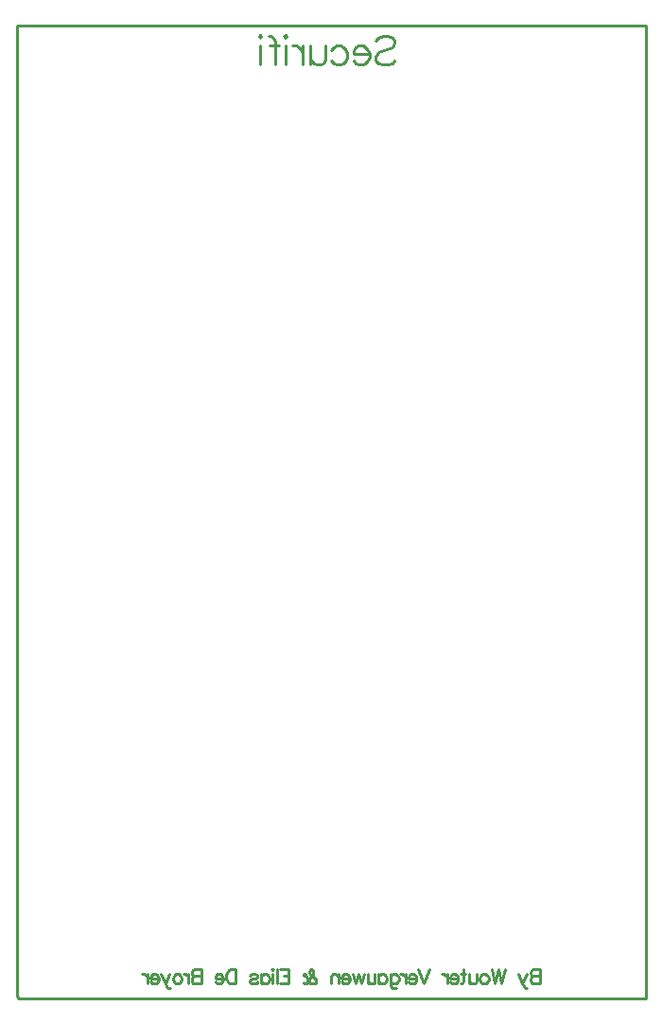
<source format=gbo>
G04*
G04 #@! TF.GenerationSoftware,Altium Limited,Altium Designer,20.0.13 (296)*
G04*
G04 Layer_Color=32896*
%FSLAX25Y25*%
%MOIN*%
G70*
G01*
G75*
%ADD20C,0.01000*%
D20*
X184191Y-332453D02*
Y-337452D01*
Y-332453D02*
X182048D01*
X181334Y-332691D01*
X181096Y-332929D01*
X180858Y-333405D01*
Y-333881D01*
X181096Y-334357D01*
X181334Y-334595D01*
X182048Y-334833D01*
X184191D02*
X182048D01*
X181334Y-335071D01*
X181096Y-335309D01*
X180858Y-335786D01*
Y-336500D01*
X181096Y-336976D01*
X181334Y-337214D01*
X182048Y-337452D01*
X184191D01*
X179501Y-334119D02*
X178073Y-337452D01*
X176645Y-334119D02*
X178073Y-337452D01*
X178549Y-338404D01*
X179025Y-338880D01*
X179501Y-339118D01*
X179739D01*
X171884Y-332453D02*
X170693Y-337452D01*
X169503Y-332453D02*
X170693Y-337452D01*
X169503Y-332453D02*
X168313Y-337452D01*
X167123Y-332453D02*
X168313Y-337452D01*
X164933Y-334119D02*
X165409Y-334357D01*
X165885Y-334833D01*
X166123Y-335547D01*
Y-336023D01*
X165885Y-336738D01*
X165409Y-337214D01*
X164933Y-337452D01*
X164219D01*
X163743Y-337214D01*
X163267Y-336738D01*
X163028Y-336023D01*
Y-335547D01*
X163267Y-334833D01*
X163743Y-334357D01*
X164219Y-334119D01*
X164933D01*
X161933D02*
Y-336500D01*
X161695Y-337214D01*
X161219Y-337452D01*
X160505D01*
X160029Y-337214D01*
X159315Y-336500D01*
Y-334119D02*
Y-337452D01*
X157292Y-332453D02*
Y-336500D01*
X157053Y-337214D01*
X156577Y-337452D01*
X156101D01*
X158006Y-334119D02*
X156339D01*
X155387Y-335547D02*
X152531D01*
Y-335071D01*
X152769Y-334595D01*
X153007Y-334357D01*
X153483Y-334119D01*
X154197D01*
X154673Y-334357D01*
X155149Y-334833D01*
X155387Y-335547D01*
Y-336023D01*
X155149Y-336738D01*
X154673Y-337214D01*
X154197Y-337452D01*
X153483D01*
X153007Y-337214D01*
X152531Y-336738D01*
X151460Y-334119D02*
Y-337452D01*
Y-335547D02*
X151221Y-334833D01*
X150745Y-334357D01*
X150269Y-334119D01*
X149555D01*
X145175Y-332453D02*
X143271Y-337452D01*
X141366Y-332453D02*
X143271Y-337452D01*
X140724Y-335547D02*
X137867D01*
Y-335071D01*
X138105Y-334595D01*
X138343Y-334357D01*
X138819Y-334119D01*
X139533D01*
X140009Y-334357D01*
X140486Y-334833D01*
X140724Y-335547D01*
Y-336023D01*
X140486Y-336738D01*
X140009Y-337214D01*
X139533Y-337452D01*
X138819D01*
X138343Y-337214D01*
X137867Y-336738D01*
X136796Y-334119D02*
Y-337452D01*
Y-335547D02*
X136558Y-334833D01*
X136082Y-334357D01*
X135606Y-334119D01*
X134892D01*
X131583D02*
Y-337928D01*
X131821Y-338642D01*
X132059Y-338880D01*
X132535Y-339118D01*
X133249D01*
X133725Y-338880D01*
X131583Y-334833D02*
X132059Y-334357D01*
X132535Y-334119D01*
X133249D01*
X133725Y-334357D01*
X134201Y-334833D01*
X134439Y-335547D01*
Y-336023D01*
X134201Y-336738D01*
X133725Y-337214D01*
X133249Y-337452D01*
X132535D01*
X132059Y-337214D01*
X131583Y-336738D01*
X127393Y-334119D02*
Y-337452D01*
Y-334833D02*
X127869Y-334357D01*
X128345Y-334119D01*
X129060D01*
X129536Y-334357D01*
X130012Y-334833D01*
X130250Y-335547D01*
Y-336023D01*
X130012Y-336738D01*
X129536Y-337214D01*
X129060Y-337452D01*
X128345D01*
X127869Y-337214D01*
X127393Y-336738D01*
X126060Y-334119D02*
Y-336500D01*
X125822Y-337214D01*
X125346Y-337452D01*
X124632D01*
X124156Y-337214D01*
X123442Y-336500D01*
Y-334119D02*
Y-337452D01*
X122132Y-334119D02*
X121180Y-337452D01*
X120228Y-334119D02*
X121180Y-337452D01*
X120228Y-334119D02*
X119276Y-337452D01*
X118324Y-334119D02*
X119276Y-337452D01*
X117157Y-335547D02*
X114301D01*
Y-335071D01*
X114539Y-334595D01*
X114777Y-334357D01*
X115253Y-334119D01*
X115967D01*
X116443Y-334357D01*
X116919Y-334833D01*
X117157Y-335547D01*
Y-336023D01*
X116919Y-336738D01*
X116443Y-337214D01*
X115967Y-337452D01*
X115253D01*
X114777Y-337214D01*
X114301Y-336738D01*
X113230Y-334119D02*
Y-337452D01*
Y-335071D02*
X112515Y-334357D01*
X112039Y-334119D01*
X111325D01*
X110849Y-334357D01*
X110611Y-335071D01*
Y-337452D01*
X101089Y-334357D02*
X101327Y-334595D01*
X101089Y-334833D01*
X100851Y-334595D01*
Y-334357D01*
X101089Y-334119D01*
X101327D01*
X101565Y-334357D01*
X101803Y-334833D01*
X102279Y-336023D01*
X102756Y-336738D01*
X103232Y-337214D01*
X103708Y-337452D01*
X104422D01*
X105136Y-337214D01*
X105374Y-336738D01*
Y-336023D01*
X105136Y-335547D01*
X103708Y-334595D01*
X103232Y-334119D01*
X102994Y-333643D01*
Y-333167D01*
X103232Y-332691D01*
X103708Y-332453D01*
X104184Y-332691D01*
X104422Y-333167D01*
Y-333643D01*
X104184Y-334357D01*
X103708Y-335071D01*
X102518Y-336738D01*
X102041Y-337214D01*
X101327Y-337452D01*
X101089D01*
X100851Y-337214D01*
Y-336976D01*
X104422Y-337452D02*
X104898Y-337214D01*
X105136Y-336738D01*
Y-336023D01*
X104898Y-335547D01*
X104422Y-335071D01*
Y-333643D02*
X104184Y-334119D01*
X102279Y-336738D01*
X101803Y-337214D01*
X101327Y-337452D01*
X92591Y-332453D02*
X95686D01*
Y-337452D01*
X92591D01*
X95686Y-334833D02*
X93781D01*
X91758Y-332453D02*
Y-337452D01*
X90235Y-332453D02*
X89996Y-332691D01*
X89758Y-332453D01*
X89996Y-332215D01*
X90235Y-332453D01*
X89996Y-334119D02*
Y-337452D01*
X86021Y-334119D02*
Y-337452D01*
Y-334833D02*
X86497Y-334357D01*
X86973Y-334119D01*
X87687D01*
X88164Y-334357D01*
X88640Y-334833D01*
X88878Y-335547D01*
Y-336023D01*
X88640Y-336738D01*
X88164Y-337214D01*
X87687Y-337452D01*
X86973D01*
X86497Y-337214D01*
X86021Y-336738D01*
X82070Y-334833D02*
X82308Y-334357D01*
X83022Y-334119D01*
X83736D01*
X84450Y-334357D01*
X84688Y-334833D01*
X84450Y-335309D01*
X83974Y-335547D01*
X82784Y-335786D01*
X82308Y-336023D01*
X82070Y-336500D01*
Y-336738D01*
X82308Y-337214D01*
X83022Y-337452D01*
X83736D01*
X84450Y-337214D01*
X84688Y-336738D01*
X77094Y-332453D02*
Y-337452D01*
Y-332453D02*
X75428D01*
X74714Y-332691D01*
X74238Y-333167D01*
X74000Y-333643D01*
X73762Y-334357D01*
Y-335547D01*
X74000Y-336262D01*
X74238Y-336738D01*
X74714Y-337214D01*
X75428Y-337452D01*
X77094D01*
X72643Y-335547D02*
X69787D01*
Y-335071D01*
X70025Y-334595D01*
X70263Y-334357D01*
X70739Y-334119D01*
X71453D01*
X71929Y-334357D01*
X72405Y-334833D01*
X72643Y-335547D01*
Y-336023D01*
X72405Y-336738D01*
X71929Y-337214D01*
X71453Y-337452D01*
X70739D01*
X70263Y-337214D01*
X69787Y-336738D01*
X64788Y-332453D02*
Y-337452D01*
Y-332453D02*
X62645D01*
X61931Y-332691D01*
X61693Y-332929D01*
X61455Y-333405D01*
Y-333881D01*
X61693Y-334357D01*
X61931Y-334595D01*
X62645Y-334833D01*
X64788D02*
X62645D01*
X61931Y-335071D01*
X61693Y-335309D01*
X61455Y-335786D01*
Y-336500D01*
X61693Y-336976D01*
X61931Y-337214D01*
X62645Y-337452D01*
X64788D01*
X60336Y-334119D02*
Y-337452D01*
Y-335547D02*
X60098Y-334833D01*
X59622Y-334357D01*
X59146Y-334119D01*
X58432D01*
X56789D02*
X57265Y-334357D01*
X57741Y-334833D01*
X57980Y-335547D01*
Y-336023D01*
X57741Y-336738D01*
X57265Y-337214D01*
X56789Y-337452D01*
X56075D01*
X55599Y-337214D01*
X55123Y-336738D01*
X54885Y-336023D01*
Y-335547D01*
X55123Y-334833D01*
X55599Y-334357D01*
X56075Y-334119D01*
X56789D01*
X53552D02*
X52124Y-337452D01*
X50695Y-334119D02*
X52124Y-337452D01*
X52600Y-338404D01*
X53076Y-338880D01*
X53552Y-339118D01*
X53790D01*
X49862Y-335547D02*
X47006D01*
Y-335071D01*
X47244Y-334595D01*
X47482Y-334357D01*
X47958Y-334119D01*
X48672D01*
X49148Y-334357D01*
X49624Y-334833D01*
X49862Y-335547D01*
Y-336023D01*
X49624Y-336738D01*
X49148Y-337214D01*
X48672Y-337452D01*
X47958D01*
X47482Y-337214D01*
X47006Y-336738D01*
X45934Y-334119D02*
Y-337452D01*
Y-335547D02*
X45696Y-334833D01*
X45220Y-334357D01*
X44744Y-334119D01*
X44030D01*
X126425Y-5249D02*
X127377Y-4296D01*
X128806Y-3820D01*
X130710D01*
X132138Y-4296D01*
X133091Y-5249D01*
Y-6201D01*
X132615Y-7153D01*
X132138Y-7629D01*
X131186Y-8105D01*
X128330Y-9057D01*
X127377Y-9533D01*
X126901Y-10009D01*
X126425Y-10962D01*
Y-12390D01*
X127377Y-13342D01*
X128806Y-13818D01*
X130710D01*
X132138Y-13342D01*
X133091Y-12390D01*
X124188Y-10009D02*
X118475D01*
Y-9057D01*
X118951Y-8105D01*
X119427Y-7629D01*
X120379Y-7153D01*
X121807D01*
X122759Y-7629D01*
X123712Y-8581D01*
X124188Y-10009D01*
Y-10962D01*
X123712Y-12390D01*
X122759Y-13342D01*
X121807Y-13818D01*
X120379D01*
X119427Y-13342D01*
X118475Y-12390D01*
X110619Y-8581D02*
X111571Y-7629D01*
X112523Y-7153D01*
X113952D01*
X114904Y-7629D01*
X115856Y-8581D01*
X116332Y-10009D01*
Y-10962D01*
X115856Y-12390D01*
X114904Y-13342D01*
X113952Y-13818D01*
X112523D01*
X111571Y-13342D01*
X110619Y-12390D01*
X108477Y-7153D02*
Y-11914D01*
X108001Y-13342D01*
X107048Y-13818D01*
X105620D01*
X104668Y-13342D01*
X103240Y-11914D01*
Y-7153D02*
Y-13818D01*
X100621Y-7153D02*
Y-13818D01*
Y-10009D02*
X100145Y-8581D01*
X99193Y-7629D01*
X98241Y-7153D01*
X96813D01*
X94956Y-3820D02*
X94480Y-4296D01*
X94004Y-3820D01*
X94480Y-3344D01*
X94956Y-3820D01*
X94480Y-7153D02*
Y-13818D01*
X88433Y-3820D02*
X89386D01*
X90338Y-4296D01*
X90814Y-5725D01*
Y-13818D01*
X92242Y-7153D02*
X88910D01*
X86053Y-3820D02*
X85577Y-4296D01*
X85101Y-3820D01*
X85577Y-3344D01*
X86053Y-3820D01*
X85577Y-7153D02*
Y-13818D01*
X-0Y-0D02*
X221752D01*
Y-342618D02*
Y-0D01*
X591Y-342618D02*
X221752D01*
X-0Y-342028D02*
X591Y-342618D01*
X-0Y-342028D02*
Y-0D01*
M02*

</source>
